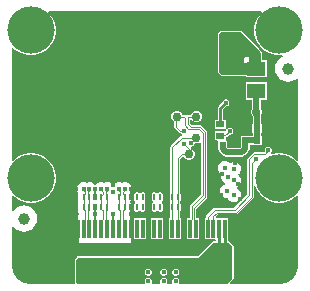
<source format=gbl>
G04*
G04 #@! TF.GenerationSoftware,Altium Limited,Altium Designer,23.5.1 (21)*
G04*
G04 Layer_Physical_Order=6*
G04 Layer_Color=16711680*
%FSLAX44Y44*%
%MOMM*%
G71*
G04*
G04 #@! TF.SameCoordinates,8A31CEE1-4E44-459D-8F00-06555A1585A0*
G04*
G04*
G04 #@! TF.FilePolarity,Positive*
G04*
G01*
G75*
%ADD10C,0.2000*%
%ADD16R,0.6200X0.6200*%
%ADD22R,0.6500X0.5500*%
%ADD23R,0.5200X0.5200*%
%ADD26R,0.5200X0.5200*%
%ADD45C,0.7500*%
%ADD46C,1.0000*%
%ADD47C,0.1213*%
%ADD48C,0.1020*%
%ADD49C,0.1016*%
%ADD50C,0.2540*%
%ADD52C,4.0000*%
%ADD53C,0.4000*%
%ADD58C,0.5080*%
G04:AMPARAMS|DCode=59|XSize=0.2mm|YSize=0.565mm|CornerRadius=0.05mm|HoleSize=0mm|Usage=FLASHONLY|Rotation=0.000|XOffset=0mm|YOffset=0mm|HoleType=Round|Shape=RoundedRectangle|*
%AMROUNDEDRECTD59*
21,1,0.2000,0.4650,0,0,0.0*
21,1,0.1000,0.5650,0,0,0.0*
1,1,0.1000,0.0500,-0.2325*
1,1,0.1000,-0.0500,-0.2325*
1,1,0.1000,-0.0500,0.2325*
1,1,0.1000,0.0500,0.2325*
%
%ADD59ROUNDEDRECTD59*%
G04:AMPARAMS|DCode=60|XSize=0.4mm|YSize=0.565mm|CornerRadius=0.05mm|HoleSize=0mm|Usage=FLASHONLY|Rotation=0.000|XOffset=0mm|YOffset=0mm|HoleType=Round|Shape=RoundedRectangle|*
%AMROUNDEDRECTD60*
21,1,0.4000,0.4650,0,0,0.0*
21,1,0.3000,0.5650,0,0,0.0*
1,1,0.1000,0.1500,-0.2325*
1,1,0.1000,-0.1500,-0.2325*
1,1,0.1000,-0.1500,0.2325*
1,1,0.1000,0.1500,0.2325*
%
%ADD60ROUNDEDRECTD60*%
%ADD61R,1.5000X1.3000*%
%ADD62R,2.4000X2.4000*%
%ADD63R,2.4000X2.4000*%
%ADD64R,0.3000X1.6000*%
%ADD65C,1.0000*%
G36*
X219758Y241425D02*
X220244Y240252D01*
X218688Y238697D01*
X216390Y235257D01*
X214807Y231436D01*
X214000Y227378D01*
Y223242D01*
X214807Y219185D01*
X216390Y215363D01*
X218688Y211923D01*
X221613Y208998D01*
X225053Y206700D01*
X228874Y205117D01*
X232932Y204310D01*
X237068D01*
X237684Y204433D01*
X238055Y203211D01*
X236959Y202758D01*
X234636Y200974D01*
X232852Y198650D01*
X231731Y195944D01*
X231349Y193040D01*
X231731Y190136D01*
X232852Y187430D01*
X234636Y185106D01*
X236959Y183322D01*
X239666Y182201D01*
X242570Y181819D01*
X245474Y182201D01*
X248181Y183322D01*
X249845Y184600D01*
X251115Y183974D01*
Y115552D01*
X249942Y115066D01*
X248387Y116622D01*
X244947Y118920D01*
X241125Y120503D01*
X237068Y121310D01*
X232932D01*
X228874Y120503D01*
X228205Y121600D01*
X228603Y121999D01*
X229060Y123101D01*
Y124295D01*
X228603Y125397D01*
X227759Y126241D01*
X226657Y126698D01*
X225463D01*
X224361Y126241D01*
X223517Y125397D01*
X223060Y124295D01*
Y123101D01*
X222132Y122330D01*
X213980D01*
X212826Y121852D01*
X208650Y117676D01*
X208172Y116522D01*
Y86585D01*
X196625Y75038D01*
X180594D01*
X179440Y74560D01*
X173346Y68466D01*
X172868Y67312D01*
Y66550D01*
X172000D01*
Y48550D01*
X175730D01*
X177000Y48550D01*
Y48550D01*
X177000D01*
X177000Y48550D01*
X180851Y48550D01*
X181497Y47280D01*
X181149Y46802D01*
X179270D01*
X179270Y46803D01*
X178504Y46485D01*
X178504Y46485D01*
X166122Y34102D01*
X64770D01*
X64678Y34064D01*
X64580Y34086D01*
X64305Y33910D01*
X64005Y33785D01*
X63966Y33693D01*
X63882Y33639D01*
X62112Y31099D01*
X62042Y30781D01*
X61918Y30480D01*
Y11930D01*
X61953Y11845D01*
X61165Y10575D01*
X25000Y10575D01*
X23413D01*
X20299Y11194D01*
X17366Y12409D01*
X14727Y14172D01*
X12482Y16417D01*
X10719Y19057D01*
X9504Y21989D01*
X8885Y25103D01*
Y26690D01*
Y58927D01*
X10155Y59358D01*
X11116Y58106D01*
X13440Y56322D01*
X16146Y55201D01*
X19050Y54819D01*
X21954Y55201D01*
X24660Y56322D01*
X26984Y58106D01*
X28768Y60430D01*
X29889Y63136D01*
X30271Y66040D01*
X29889Y68944D01*
X28768Y71651D01*
X26984Y73974D01*
X24660Y75758D01*
X21954Y76879D01*
X19050Y77261D01*
X16146Y76879D01*
X13440Y75758D01*
X11116Y73974D01*
X10155Y72722D01*
X8885Y73153D01*
Y85068D01*
X10058Y85554D01*
X11613Y83998D01*
X15053Y81700D01*
X18874Y80117D01*
X22932Y79310D01*
X27068D01*
X31125Y80117D01*
X34947Y81700D01*
X38387Y83998D01*
X41312Y86923D01*
X43610Y90363D01*
X45193Y94185D01*
X46000Y98242D01*
Y102378D01*
X45193Y106435D01*
X43610Y110257D01*
X41312Y113697D01*
X38387Y116622D01*
X34947Y118920D01*
X31125Y120503D01*
X27068Y121310D01*
X22932D01*
X18874Y120503D01*
X15053Y118920D01*
X11613Y116622D01*
X10058Y115066D01*
X8885Y115552D01*
Y210068D01*
X10058Y210554D01*
X11613Y208998D01*
X15053Y206700D01*
X18874Y205117D01*
X22932Y204310D01*
X27068D01*
X31125Y205117D01*
X34947Y206700D01*
X38387Y208998D01*
X41312Y211923D01*
X43610Y215363D01*
X45193Y219185D01*
X46000Y223242D01*
Y227378D01*
X45193Y231436D01*
X43610Y235257D01*
X41312Y238697D01*
X39756Y240252D01*
X40242Y241426D01*
X219758Y241425D01*
D02*
G37*
G36*
X195580Y43180D02*
Y15240D01*
X190914Y10574D01*
X150893Y10574D01*
X150144Y11844D01*
X150346Y12332D01*
Y13526D01*
X149889Y14628D01*
X149045Y15473D01*
X147943Y15929D01*
X146749D01*
X145647Y15473D01*
X144803Y14628D01*
X144346Y13526D01*
Y12332D01*
X144548Y11844D01*
X143799Y10574D01*
X140733Y10574D01*
X139984Y11844D01*
X140186Y12332D01*
Y13526D01*
X139729Y14628D01*
X138885Y15473D01*
X137783Y15929D01*
X136589D01*
X135487Y15473D01*
X134643Y14628D01*
X134186Y13526D01*
Y12332D01*
X134388Y11844D01*
X133639Y10574D01*
X127897D01*
X127212Y11845D01*
X127460Y12443D01*
Y13636D01*
X127003Y14739D01*
X126159Y15583D01*
X125057Y16040D01*
X123863D01*
X122761Y15583D01*
X121917Y14739D01*
X121460Y13636D01*
Y12443D01*
X121708Y11845D01*
X121023Y10574D01*
X64356Y10575D01*
X63000Y11930D01*
Y30480D01*
X64770Y33020D01*
X166570D01*
X179270Y45720D01*
X193040D01*
X195580Y43180D01*
D02*
G37*
G36*
X216390Y90363D02*
X218688Y86923D01*
X221613Y83998D01*
X225053Y81700D01*
X228874Y80117D01*
X232932Y79310D01*
X237068D01*
X241125Y80117D01*
X244947Y81700D01*
X248387Y83998D01*
X249942Y85554D01*
X251115Y85068D01*
Y26690D01*
X251115Y25103D01*
X250496Y21989D01*
X249281Y19056D01*
X247518Y16417D01*
X245273Y14172D01*
X242634Y12408D01*
X239701Y11194D01*
X236587Y10574D01*
X235000D01*
X194104Y10574D01*
X193618Y11748D01*
X196345Y14475D01*
X196662Y15240D01*
Y43180D01*
X196345Y43945D01*
X196345Y43945D01*
X193805Y46485D01*
X193040Y46802D01*
X191814D01*
Y48550D01*
X192000D01*
Y66550D01*
X188270D01*
X187000Y66550D01*
Y66550D01*
X187000D01*
X187000Y66550D01*
X182000Y66550D01*
X181622Y66947D01*
X181380Y67820D01*
X183048Y69488D01*
X198628D01*
X199782Y69966D01*
X213244Y83428D01*
X213722Y84582D01*
Y93485D01*
X214992Y93737D01*
X216390Y90363D01*
D02*
G37*
%LPC*%
G36*
X202565Y225237D02*
X186055D01*
X185290Y224920D01*
X183385Y223015D01*
X183068Y222250D01*
Y190500D01*
X183385Y189735D01*
X183385Y189735D01*
X185925Y187195D01*
X186690Y186878D01*
X205740D01*
X205848Y186922D01*
X207400D01*
Y185490D01*
X224400D01*
Y200490D01*
X220748D01*
Y204470D01*
X220282Y206811D01*
X218956Y208796D01*
X218252Y209266D01*
Y209550D01*
X218252Y209550D01*
X217935Y210315D01*
X203330Y224920D01*
X202565Y225237D01*
D02*
G37*
G36*
X166045Y157150D02*
X164155D01*
X162409Y156427D01*
X161073Y155091D01*
X160635Y154032D01*
X158567D01*
X157413Y153554D01*
X157202Y153343D01*
X156718Y152987D01*
X155585Y153301D01*
X155332Y153554D01*
X154178Y154032D01*
X153055D01*
X152617Y155091D01*
X151281Y156427D01*
X149535Y157150D01*
X147645D01*
X145899Y156427D01*
X144563Y155091D01*
X143840Y153345D01*
Y151455D01*
X144563Y149709D01*
X145899Y148373D01*
X146013Y148326D01*
Y143622D01*
X146491Y142467D01*
X150054Y138905D01*
X151208Y138427D01*
X151607D01*
X151635Y138360D01*
X152479Y137516D01*
X152556Y137484D01*
X152597Y136971D01*
X152430Y136161D01*
X151498Y135776D01*
X143344Y127622D01*
X142866Y126466D01*
Y87654D01*
X142852Y87648D01*
X142376Y86500D01*
Y81850D01*
X142852Y80702D01*
X142866Y80696D01*
Y79304D01*
X142852Y79298D01*
X142376Y78150D01*
Y73500D01*
X142852Y72352D01*
X142866Y72346D01*
Y66550D01*
X142000D01*
Y48550D01*
X152000D01*
Y66550D01*
X151134D01*
Y72346D01*
X151148Y72352D01*
X151623Y73500D01*
Y78150D01*
X151148Y79298D01*
X151134Y79304D01*
Y80696D01*
X151148Y80702D01*
X151623Y81850D01*
Y86500D01*
X151148Y87648D01*
X151134Y87654D01*
Y116565D01*
X153112Y118543D01*
X154443Y118381D01*
X154723Y117705D01*
X156059Y116369D01*
X157805Y115646D01*
X159695D01*
X161441Y116369D01*
X162777Y117705D01*
X163500Y119451D01*
Y121341D01*
X162777Y123087D01*
X161441Y124423D01*
X160274Y124906D01*
Y125078D01*
X160164Y125343D01*
X160548Y126271D01*
X160822Y126667D01*
X160876Y126690D01*
X161792Y127070D01*
X162636Y127914D01*
X163093Y129016D01*
X164155Y129870D01*
X166045D01*
X167516Y130479D01*
X168786Y129929D01*
Y86766D01*
X159882Y77862D01*
X159404Y76708D01*
Y66550D01*
X157000D01*
Y48550D01*
X167000D01*
Y66550D01*
X164684D01*
Y74492D01*
X173588Y83396D01*
X174066Y84550D01*
Y139336D01*
X173588Y140490D01*
X169176Y144902D01*
X168022Y145380D01*
X160769D01*
X159604Y146545D01*
Y149937D01*
X160874Y150190D01*
X161073Y149709D01*
X162409Y148373D01*
X164155Y147650D01*
X166045D01*
X167791Y148373D01*
X169127Y149709D01*
X169850Y151455D01*
Y153345D01*
X169127Y155091D01*
X167791Y156427D01*
X166045Y157150D01*
D02*
G37*
G36*
X224400Y181490D02*
X207400D01*
Y166490D01*
X212291D01*
Y159318D01*
X211873Y158901D01*
X211150Y157155D01*
Y155265D01*
X211873Y153519D01*
X212871Y152522D01*
Y146340D01*
X212380D01*
Y138140D01*
X212871D01*
Y136180D01*
X212380D01*
Y135889D01*
X206502D01*
X206455Y135880D01*
X202902D01*
Y132327D01*
X202893Y132280D01*
Y126554D01*
X202007Y125668D01*
X191635D01*
X190809Y126494D01*
Y128210D01*
X190740Y128559D01*
Y131797D01*
X190740Y131797D01*
Y131870D01*
X189670Y132353D01*
X189670Y133140D01*
Y134814D01*
X190758Y135265D01*
X192579Y137086D01*
X192644Y137059D01*
X193838D01*
X194940Y137516D01*
X195784Y138360D01*
X196241Y139462D01*
Y140656D01*
X195784Y141758D01*
X194940Y142602D01*
X193838Y143059D01*
X192644D01*
X191542Y142602D01*
X190863Y141923D01*
X190863D01*
X191210Y142270D01*
X190661Y141967D01*
X190229Y142062D01*
X190092Y142131D01*
X189928Y142232D01*
X189670Y142774D01*
X189670Y143465D01*
Y149780D01*
X187734D01*
Y158660D01*
X190133Y161059D01*
X190457D01*
X191559Y161516D01*
X192403Y162360D01*
X192860Y163462D01*
Y164656D01*
X192403Y165758D01*
X191559Y166602D01*
X190457Y167059D01*
X189263D01*
X188161Y166602D01*
X187317Y165758D01*
X186860Y164656D01*
Y164332D01*
X183783Y161256D01*
X183282Y160505D01*
X183106Y159619D01*
Y149780D01*
X181170D01*
Y142280D01*
X188445Y142280D01*
X188927D01*
X189670Y142177D01*
X189672Y142176D01*
X189922Y141942D01*
X190250Y141360D01*
X190343Y140903D01*
X190343Y140902D01*
X190297Y140790D01*
X189670Y139780D01*
X189068Y139780D01*
X181170D01*
Y132280D01*
X182440D01*
X183540Y131870D01*
X183540Y131010D01*
Y128317D01*
X183531Y128270D01*
X183540Y128223D01*
Y124670D01*
X183656D01*
X183865Y123618D01*
X184648Y122447D01*
X187588Y119507D01*
X188759Y118724D01*
X190140Y118450D01*
X203502D01*
X204883Y118724D01*
X206054Y119507D01*
X209054Y122507D01*
X209837Y123678D01*
X210111Y125059D01*
Y128671D01*
X212380D01*
Y127980D01*
X220580D01*
Y136180D01*
X220089D01*
Y138140D01*
X220580D01*
Y146340D01*
X220089D01*
Y153912D01*
X220650Y155265D01*
Y157155D01*
X219927Y158901D01*
X219509Y159318D01*
Y166490D01*
X224400D01*
Y181490D01*
D02*
G37*
G36*
X105550Y96704D02*
X103239D01*
X101894Y96148D01*
X100550Y96704D01*
X98239D01*
X96103Y95820D01*
X95277Y94993D01*
X94447Y94206D01*
X93618Y94993D01*
X92791Y95820D01*
X90656Y96704D01*
X88344D01*
X87000Y96148D01*
X85656Y96704D01*
X83344D01*
X81209Y95820D01*
X80330Y94941D01*
X79500Y94248D01*
X78670Y94941D01*
X77791Y95820D01*
X75656Y96704D01*
X73344D01*
X72000Y96148D01*
X70656Y96704D01*
X68344D01*
X66209Y95820D01*
X64575Y94185D01*
X63690Y92050D01*
Y89739D01*
X64575Y87603D01*
X64784Y87394D01*
X64606Y86500D01*
Y81850D01*
X64940Y80168D01*
X64997Y80083D01*
Y79917D01*
X64940Y79832D01*
X64606Y78150D01*
Y73500D01*
X64940Y71818D01*
X65734Y70630D01*
X65458Y69770D01*
X65172Y69360D01*
X64190D01*
Y45740D01*
X109810D01*
Y69360D01*
X108828D01*
X108542Y69770D01*
X108266Y70630D01*
X109060Y71818D01*
X109394Y73500D01*
Y78150D01*
X109060Y79832D01*
X109003Y79917D01*
Y80083D01*
X109060Y80168D01*
X109394Y81850D01*
Y86500D01*
X109199Y87482D01*
X109320Y87603D01*
X110204Y89739D01*
Y92050D01*
X109320Y94185D01*
X107685Y95820D01*
X105550Y96704D01*
D02*
G37*
G36*
X135000Y88124D02*
X134000D01*
X132852Y87648D01*
X132687Y87251D01*
X131313D01*
X131148Y87648D01*
X130000Y88124D01*
X129000D01*
X127852Y87648D01*
X127376Y86500D01*
Y81850D01*
X127852Y80702D01*
X127887Y80687D01*
Y79313D01*
X127852Y79298D01*
X127376Y78150D01*
Y73500D01*
X127852Y72352D01*
X129000Y71876D01*
X130000D01*
X131148Y72352D01*
X131313Y72749D01*
X132687D01*
X132852Y72352D01*
X134000Y71876D01*
X135000D01*
X136148Y72352D01*
X136623Y73500D01*
Y78150D01*
X136148Y79298D01*
X136113Y79313D01*
Y80687D01*
X136148Y80702D01*
X136623Y81850D01*
Y86500D01*
X136148Y87648D01*
X135000Y88124D01*
D02*
G37*
G36*
X120000D02*
X119000D01*
X117852Y87648D01*
X117687Y87251D01*
X116313D01*
X116148Y87648D01*
X115000Y88124D01*
X114000D01*
X112852Y87648D01*
X112376Y86500D01*
Y81850D01*
X112852Y80702D01*
X112887Y80687D01*
Y79313D01*
X112852Y79298D01*
X112376Y78150D01*
Y73500D01*
X112852Y72352D01*
X114000Y71876D01*
X115000D01*
X116148Y72352D01*
X116313Y72749D01*
X117687D01*
X117852Y72352D01*
X119000Y71876D01*
X120000D01*
X121148Y72352D01*
X121624Y73500D01*
Y78150D01*
X121148Y79298D01*
X121113Y79313D01*
Y80687D01*
X121148Y80702D01*
X121624Y81850D01*
Y86500D01*
X121148Y87648D01*
X120000Y88124D01*
D02*
G37*
G36*
X190140Y114812D02*
X187829D01*
X185693Y113927D01*
X184059Y112293D01*
X183174Y110157D01*
Y107846D01*
X184059Y105711D01*
X185693Y104076D01*
X186098Y103908D01*
X185621Y102756D01*
Y100444D01*
X186505Y98309D01*
X188140Y96674D01*
X189333Y96180D01*
X189328Y94808D01*
X187673Y94122D01*
X186039Y92488D01*
X185154Y90353D01*
Y88041D01*
X186039Y85906D01*
X187673Y84271D01*
X189809Y83387D01*
X191571D01*
X191770Y82905D01*
X193405Y81271D01*
X195540Y80386D01*
X197852D01*
X199987Y81271D01*
X201621Y82905D01*
X202506Y85041D01*
Y87352D01*
X201621Y89487D01*
X199987Y91122D01*
X198995Y91533D01*
Y92907D01*
X200043Y93341D01*
X201677Y94976D01*
X202562Y97111D01*
Y99423D01*
X201677Y101558D01*
X200846Y102389D01*
X200207Y103368D01*
X200846Y104048D01*
X201825Y105027D01*
X202710Y107163D01*
Y109474D01*
X201825Y111609D01*
X200191Y113244D01*
X198055Y114128D01*
X195744D01*
X193609Y113244D01*
X193284Y112919D01*
X192275Y113927D01*
X190140Y114812D01*
D02*
G37*
G36*
X137000Y66550D02*
X127000D01*
Y48550D01*
X137000D01*
Y66550D01*
D02*
G37*
G36*
X122000D02*
X112000D01*
Y48550D01*
X122000D01*
Y66550D01*
D02*
G37*
%LPD*%
G36*
X217170Y209550D02*
Y202758D01*
X206568D01*
X205740Y201930D01*
Y187960D01*
X186690D01*
X184150Y190500D01*
Y222250D01*
X186055Y224155D01*
X202565D01*
X217170Y209550D01*
D02*
G37*
%LPC*%
G36*
X147943Y23549D02*
X146749D01*
X145647Y23093D01*
X144803Y22248D01*
X144346Y21146D01*
Y19952D01*
X144803Y18850D01*
X145647Y18006D01*
X146749Y17549D01*
X147943D01*
X149045Y18006D01*
X149889Y18850D01*
X150346Y19952D01*
Y21146D01*
X149889Y22248D01*
X149045Y23093D01*
X147943Y23549D01*
D02*
G37*
G36*
X137783D02*
X136589D01*
X135487Y23093D01*
X134643Y22248D01*
X134186Y21146D01*
Y19952D01*
X134643Y18850D01*
X135487Y18006D01*
X136589Y17549D01*
X137783D01*
X138885Y18006D01*
X139729Y18850D01*
X140186Y19952D01*
Y21146D01*
X139729Y22248D01*
X138885Y23093D01*
X137783Y23549D01*
D02*
G37*
G36*
X125057D02*
X123863D01*
X122761Y23093D01*
X121917Y22248D01*
X121460Y21146D01*
Y19952D01*
X121917Y18850D01*
X122761Y18006D01*
X123863Y17549D01*
X125057D01*
X126159Y18006D01*
X127003Y18850D01*
X127460Y19952D01*
Y21146D01*
X127003Y22248D01*
X126159Y23093D01*
X125057Y23549D01*
D02*
G37*
%LPD*%
D10*
X64000Y58050D02*
Y67285D01*
Y58050D02*
X64500Y57550D01*
X62738Y68547D02*
Y69088D01*
Y68547D02*
X64000Y67285D01*
X64500Y45740D02*
Y57550D01*
X237064Y135377D02*
X238873Y133568D01*
Y132983D02*
X239268Y132588D01*
X228776Y135377D02*
X237064D01*
X238873Y132983D02*
Y133568D01*
X109394Y84175D02*
Y90894D01*
X169500Y57550D02*
Y69571D01*
X154500Y57550D02*
Y69571D01*
X124500Y57550D02*
Y69571D01*
X227230Y133830D02*
X228776Y135377D01*
X225480Y132080D02*
Y132330D01*
X226980Y133830D01*
X227230D01*
X225480Y142490D02*
X226980Y143990D01*
X227230D01*
X230052Y146812D01*
X225480Y142240D02*
Y142490D01*
X230052Y146812D02*
X235204D01*
X139500Y84175D02*
Y90894D01*
Y69701D02*
Y75955D01*
Y57680D02*
Y69701D01*
X109500Y57550D02*
Y69571D01*
Y57150D02*
Y57550D01*
Y69571D02*
Y75825D01*
X94500Y57150D02*
Y69571D01*
X79500Y84175D02*
Y90894D01*
Y57550D02*
Y69971D01*
Y75825D01*
D16*
X225480Y132080D02*
D03*
X216480D02*
D03*
X225480Y142240D02*
D03*
X216480D02*
D03*
D22*
X185420Y146030D02*
D03*
Y136030D02*
D03*
D23*
X187140Y128270D02*
D03*
X179140D02*
D03*
D26*
X206502Y132280D02*
D03*
Y140280D02*
D03*
D45*
X158750Y120396D02*
D03*
X165100Y134620D02*
D03*
X148590Y152400D02*
D03*
X165100D02*
D03*
X215900Y156210D02*
D03*
D46*
X19050Y66040D02*
D03*
X242570Y193040D02*
D03*
D47*
X104394Y90140D02*
Y90894D01*
X104209D02*
X104394D01*
X104106Y86394D02*
X104500Y86000D01*
Y84175D02*
Y86000D01*
X103136Y88882D02*
X104394Y90140D01*
X103136Y87104D02*
X103846Y86394D01*
X104106D01*
X103136Y87104D02*
Y88882D01*
X104500Y74000D02*
Y75825D01*
X104106Y73606D02*
X104500Y74000D01*
X103242Y65309D02*
X104500Y64050D01*
Y57550D02*
Y64050D01*
X104500Y75825D02*
Y84175D01*
X103952Y73606D02*
X104106D01*
X103241Y72896D02*
X103952Y73606D01*
X103241Y69092D02*
X103242Y69092D01*
Y65309D02*
Y69092D01*
X103241Y69092D02*
Y72896D01*
X100653Y87104D02*
Y88882D01*
X99943Y86394D02*
X100653Y87104D01*
X99394Y90140D02*
X100653Y88882D01*
X100106Y90894D02*
X100653Y90347D01*
X99394Y90894D02*
X100106D01*
X99394Y90140D02*
Y90894D01*
X99894Y86394D02*
X99943D01*
X99500Y84175D02*
Y86000D01*
X99894Y86394D01*
X100759Y68063D02*
Y72896D01*
Y68063D02*
X100759Y68063D01*
X100048Y73606D02*
X100759Y72896D01*
X100759Y65309D02*
Y68063D01*
X99500Y64050D02*
X100759Y65309D01*
X99500Y75825D02*
Y84175D01*
Y74000D02*
Y75825D01*
X99894Y73606D02*
X100048D01*
X99500Y57550D02*
Y64050D01*
X99500Y74000D02*
X99894Y73606D01*
X85759Y87104D02*
Y88882D01*
X84500Y90140D02*
X85759Y88882D01*
X85048Y86394D02*
X85759Y87104D01*
X84500Y90140D02*
Y90894D01*
X84894Y86394D02*
X85048D01*
X84500Y84175D02*
Y86000D01*
X84894Y86394D01*
X85759Y65309D02*
Y72896D01*
X84500Y64050D02*
X85759Y65309D01*
X84500Y74000D02*
Y75825D01*
Y74000D02*
X84894Y73606D01*
X84500Y75825D02*
Y84175D01*
X84894Y73606D02*
X85048D01*
X85759Y72896D01*
X84500Y57550D02*
Y64050D01*
X89500Y90140D02*
Y90894D01*
X88242Y88882D02*
X89500Y90140D01*
X89107Y86394D02*
X89500Y86000D01*
Y84175D02*
Y86000D01*
X88242Y87104D02*
Y88882D01*
Y87104D02*
X88952Y86394D01*
X89107D01*
X89500Y74000D02*
Y75825D01*
X89107Y73606D02*
X89500Y74000D01*
Y75825D02*
Y84175D01*
X88952Y73606D02*
X89107D01*
X88242Y72896D02*
X88952Y73606D01*
X88242Y65309D02*
X89500Y64050D01*
Y57550D02*
Y64050D01*
X88242Y65309D02*
Y72896D01*
X69500Y74000D02*
X69894Y73606D01*
X69500Y57550D02*
Y64050D01*
X69500Y75825D02*
Y84175D01*
Y74000D02*
Y75825D01*
X69500Y64050D02*
X70759Y65309D01*
X70048Y73606D02*
X70759Y72896D01*
X69894Y73606D02*
X70048D01*
X69500Y84175D02*
Y86000D01*
X69894Y86394D02*
X70048D01*
X69500Y90140D02*
Y90894D01*
Y86000D02*
X69894Y86394D01*
X70048D02*
X70759Y87104D01*
Y88882D01*
X69500Y90140D02*
X70759Y88882D01*
Y68063D02*
X70759Y68063D01*
Y65309D02*
Y68063D01*
X70759Y68063D02*
Y72896D01*
X73242Y69092D02*
X73242Y69092D01*
Y65309D02*
Y69092D01*
X73242Y69092D02*
Y72896D01*
X73242Y65309D02*
X74500Y64050D01*
X73242Y72896D02*
X73952Y73606D01*
X74106D01*
X73242Y87104D02*
Y88882D01*
X73952Y86394D02*
X74106D01*
X73242Y87104D02*
X73952Y86394D01*
X74106D02*
X74500Y86000D01*
X74106Y73606D02*
X74500Y74000D01*
X73242Y88882D02*
X74500Y90140D01*
X74500Y57550D02*
Y64050D01*
X74500Y84175D02*
Y86000D01*
Y74000D02*
Y75825D01*
Y84175D01*
Y90140D02*
Y90894D01*
D48*
X144500Y75825D02*
Y126466D01*
X152654Y134620D01*
Y120396D02*
X158750D01*
X149500Y117242D02*
X152654Y120396D01*
X149500Y84175D02*
Y117242D01*
Y75825D02*
Y84175D01*
X152654Y134620D02*
X165100D01*
X160093Y129613D02*
X165100Y134620D01*
X158639Y120506D02*
X158750Y120396D01*
X158639Y120506D02*
Y125078D01*
X154178Y129540D02*
X158639Y125078D01*
X185810Y136420D02*
X189602D01*
X185420Y136030D02*
X185810Y136420D01*
X189602D02*
X193241Y140059D01*
X144500Y57550D02*
Y75825D01*
X149500Y75825D02*
X149500Y75825D01*
X149500Y57550D02*
Y75825D01*
D49*
X161036Y65586D02*
Y76708D01*
X170418Y86090D01*
Y138501D01*
X163052Y75168D02*
X172434Y84550D01*
Y139336D01*
X163052Y65498D02*
Y75168D01*
X147645Y143622D02*
X151208Y140059D01*
X154178D01*
X147645Y143622D02*
Y151455D01*
X148590Y152400D01*
X154178D01*
X155092Y151486D01*
Y144902D02*
Y151486D01*
Y144902D02*
X158263Y141732D01*
X167187D01*
X168022Y143748D02*
X172434Y139336D01*
X167187Y141732D02*
X170418Y138501D01*
X209804Y116522D02*
X213980Y120698D01*
X223060D02*
X226060Y123698D01*
X213980Y120698D02*
X223060D01*
X209804Y85909D02*
Y116522D01*
X160093Y143748D02*
X168022D01*
X157972Y145869D02*
X160093Y143748D01*
X157972Y151805D02*
X158567Y152400D01*
X165100D01*
X157972Y145869D02*
Y151805D01*
X164500Y57550D02*
Y64050D01*
X163052Y65498D02*
X164500Y64050D01*
X159500Y57550D02*
Y64050D01*
X161036Y65586D01*
X212090Y84582D02*
Y113284D01*
X215646Y116840D01*
X197301Y73406D02*
X209804Y85909D01*
X198628Y71120D02*
X212090Y84582D01*
X182372Y71120D02*
X198628D01*
X174500Y67312D02*
X180594Y73406D01*
X197301D01*
X179500Y68248D02*
X182372Y71120D01*
X179500Y57550D02*
Y68248D01*
X174500Y57550D02*
Y67312D01*
D50*
X185420Y146030D02*
Y159619D01*
X189860Y164059D01*
X184500Y42056D02*
Y57550D01*
X189500Y43450D02*
Y57550D01*
D52*
X25000Y225310D02*
D03*
X235000Y100310D02*
D03*
X25000D02*
D03*
X235000Y225310D02*
D03*
D53*
X62738Y69088D02*
D03*
X203454Y59436D02*
D03*
X194997Y59317D02*
D03*
X62738Y74422D02*
D03*
Y79472D02*
D03*
Y84582D02*
D03*
X89500Y98552D02*
D03*
X83344D02*
D03*
X77153D02*
D03*
X71374D02*
D03*
X64262Y97536D02*
D03*
X92791Y103434D02*
D03*
X155269Y85817D02*
D03*
X165180Y98746D02*
D03*
X166045Y122059D02*
D03*
X153289Y101713D02*
D03*
X188984Y109002D02*
D03*
X104394Y90894D02*
D03*
X196900Y108318D02*
D03*
X99394Y90894D02*
D03*
X196752Y98267D02*
D03*
X84500Y90894D02*
D03*
X191431Y101600D02*
D03*
X89500Y90894D02*
D03*
X69500D02*
D03*
X196696Y86196D02*
D03*
X190965Y89197D02*
D03*
X74500Y90894D02*
D03*
X239268Y132588D02*
D03*
X201649Y82887D02*
D03*
X185589Y86090D02*
D03*
X198120Y113271D02*
D03*
X186690Y104049D02*
D03*
X200648Y94958D02*
D03*
X154178Y140059D02*
D03*
X124460Y20549D02*
D03*
Y13040D02*
D03*
X238453Y24318D02*
D03*
Y33249D02*
D03*
X20320Y17780D02*
D03*
Y35560D02*
D03*
X13440Y26690D02*
D03*
Y45720D02*
D03*
X218440Y82905D02*
D03*
X228600Y185420D02*
D03*
Y200974D02*
D03*
X233680Y175260D02*
D03*
X246380D02*
D03*
X83820Y226060D02*
D03*
X68580D02*
D03*
X53340D02*
D03*
X46000Y237490D02*
D03*
X60960D02*
D03*
X76200D02*
D03*
X91440D02*
D03*
X106680D02*
D03*
X121920D02*
D03*
X137160D02*
D03*
X152400D02*
D03*
X213360D02*
D03*
X198120D02*
D03*
X167640D02*
D03*
X33020Y53340D02*
D03*
Y74660D02*
D03*
X45720Y63500D02*
D03*
Y87360D02*
D03*
X63500Y182880D02*
D03*
Y132080D02*
D03*
Y157480D02*
D03*
Y170180D02*
D03*
Y144780D02*
D03*
Y119380D02*
D03*
Y195580D02*
D03*
Y90894D02*
D03*
X134620Y114300D02*
D03*
X114300D02*
D03*
X92791D02*
D03*
X134620Y203200D02*
D03*
Y127000D02*
D03*
Y152400D02*
D03*
Y177800D02*
D03*
Y165100D02*
D03*
Y139700D02*
D03*
Y190500D02*
D03*
X124460Y195580D02*
D03*
Y119380D02*
D03*
Y144780D02*
D03*
Y170180D02*
D03*
Y157480D02*
D03*
Y132080D02*
D03*
Y182880D02*
D03*
X114300Y203200D02*
D03*
Y127000D02*
D03*
Y152400D02*
D03*
Y177800D02*
D03*
Y165100D02*
D03*
Y139700D02*
D03*
Y190500D02*
D03*
X104140Y195580D02*
D03*
Y119380D02*
D03*
Y144780D02*
D03*
Y170180D02*
D03*
Y157480D02*
D03*
Y132080D02*
D03*
Y182880D02*
D03*
X93980Y203200D02*
D03*
Y127000D02*
D03*
Y152400D02*
D03*
Y177800D02*
D03*
Y165100D02*
D03*
Y139700D02*
D03*
Y190500D02*
D03*
X83820Y195580D02*
D03*
Y119380D02*
D03*
Y144780D02*
D03*
Y170180D02*
D03*
Y157480D02*
D03*
Y132080D02*
D03*
Y182880D02*
D03*
X73660Y190500D02*
D03*
Y114300D02*
D03*
Y139700D02*
D03*
Y165100D02*
D03*
X226086Y160249D02*
D03*
X27966Y12929D02*
D03*
Y20549D02*
D03*
X38126Y12929D02*
D03*
Y20549D02*
D03*
X48286D02*
D03*
Y12929D02*
D03*
X248946Y33249D02*
D03*
Y40869D02*
D03*
Y48489D02*
D03*
Y56109D02*
D03*
Y63729D02*
D03*
Y71349D02*
D03*
Y78969D02*
D03*
X236131Y13059D02*
D03*
X228626Y12929D02*
D03*
X221006D02*
D03*
X213386D02*
D03*
X137186Y20549D02*
D03*
Y12929D02*
D03*
X147346Y20549D02*
D03*
Y12929D02*
D03*
X73660Y177800D02*
D03*
Y152400D02*
D03*
Y127000D02*
D03*
Y203200D02*
D03*
X154178Y129540D02*
D03*
X38100Y203200D02*
D03*
X39142Y127000D02*
D03*
X38100Y152400D02*
D03*
Y177800D02*
D03*
X25400Y165100D02*
D03*
X25000Y139700D02*
D03*
X12700Y126000D02*
D03*
Y152400D02*
D03*
Y177800D02*
D03*
Y203200D02*
D03*
X73660Y25550D02*
D03*
X81280Y25400D02*
D03*
X77470Y30480D02*
D03*
X84500D02*
D03*
X190500Y214630D02*
D03*
X195580Y210820D02*
D03*
X188722Y230060D02*
D03*
X173990D02*
D03*
X182880Y237490D02*
D03*
X165100Y230060D02*
D03*
X152400Y191770D02*
D03*
Y198042D02*
D03*
Y184912D02*
D03*
Y174752D02*
D03*
X189860Y164059D02*
D03*
X193241Y140059D02*
D03*
X160093Y129613D02*
D03*
X193241Y134059D02*
D03*
X165100Y152400D02*
D03*
X169500Y69571D02*
D03*
X154500D02*
D03*
X124500D02*
D03*
X226060Y123698D02*
D03*
X215646Y116840D02*
D03*
X235204Y146812D02*
D03*
X196900Y122059D02*
D03*
X190140D02*
D03*
X200442Y131134D02*
D03*
Y161134D02*
D03*
Y155134D02*
D03*
X229362Y153670D02*
D03*
X175078Y74059D02*
D03*
X139500Y90894D02*
D03*
Y69701D02*
D03*
X94447Y88287D02*
D03*
Y94206D02*
D03*
X109394Y90894D02*
D03*
X109500Y69571D02*
D03*
X94500D02*
D03*
X79500Y90894D02*
D03*
Y69971D02*
D03*
D58*
X190140Y122059D02*
X196900D01*
X187200Y124999D02*
Y128210D01*
X187140Y128270D02*
X187200Y128210D01*
Y124999D02*
X190140Y122059D01*
X216280Y132280D02*
X216480Y132080D01*
Y142240D01*
X215900Y156210D02*
Y173990D01*
Y156210D02*
X216480Y155630D01*
Y142240D02*
Y155630D01*
X206502Y132280D02*
X216280D01*
X203502Y122059D02*
X206502Y125059D01*
Y132280D01*
X196900Y122059D02*
X203502D01*
D59*
X129500Y75825D02*
D03*
X134500D02*
D03*
X144500D02*
D03*
X149500D02*
D03*
Y84175D02*
D03*
X144500D02*
D03*
X134500D02*
D03*
X129500D02*
D03*
X99500Y75825D02*
D03*
X104500D02*
D03*
X114500D02*
D03*
X119500D02*
D03*
Y84175D02*
D03*
X114500D02*
D03*
X104500D02*
D03*
X99500D02*
D03*
X69500Y75825D02*
D03*
X74500D02*
D03*
X84500D02*
D03*
X89500D02*
D03*
Y84175D02*
D03*
X84500D02*
D03*
X74500D02*
D03*
X69500D02*
D03*
D60*
X139500Y75825D02*
D03*
Y84175D02*
D03*
X109500Y75825D02*
D03*
Y84175D02*
D03*
X79500Y75825D02*
D03*
Y84175D02*
D03*
D61*
X215900Y192990D02*
D03*
Y173990D02*
D03*
D62*
X43500Y37550D02*
D03*
D63*
X210500D02*
D03*
D64*
X64500Y57550D02*
D03*
X69500D02*
D03*
X74500D02*
D03*
X79500D02*
D03*
X84500D02*
D03*
X89500D02*
D03*
X94500D02*
D03*
X99500D02*
D03*
X104500D02*
D03*
X109500D02*
D03*
X114500D02*
D03*
X119500D02*
D03*
X124500D02*
D03*
X129500D02*
D03*
X134500D02*
D03*
X139500D02*
D03*
X144500D02*
D03*
X149500D02*
D03*
X154500D02*
D03*
X159500D02*
D03*
X164500D02*
D03*
X169500D02*
D03*
X174500D02*
D03*
X179500D02*
D03*
X184500D02*
D03*
X189500D02*
D03*
D65*
X215850Y193040D02*
X215900Y192990D01*
X214630Y194260D02*
X215850Y193040D01*
X214630Y194260D02*
Y204470D01*
X203200Y193040D02*
X215850D01*
M02*

</source>
